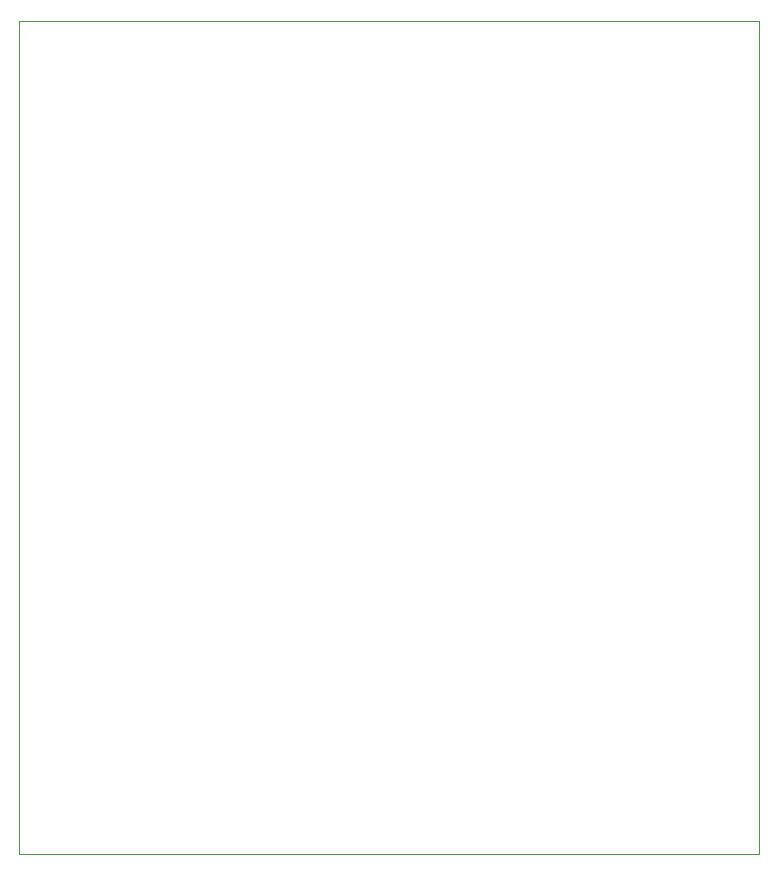
<source format=gbr>
%TF.GenerationSoftware,KiCad,Pcbnew,7.0.9*%
%TF.CreationDate,2024-02-06T13:40:39+00:00*%
%TF.ProjectId,dc-level-shifter,64632d6c-6576-4656-9c2d-736869667465,1.0*%
%TF.SameCoordinates,Original*%
%TF.FileFunction,Profile,NP*%
%FSLAX46Y46*%
G04 Gerber Fmt 4.6, Leading zero omitted, Abs format (unit mm)*
G04 Created by KiCad (PCBNEW 7.0.9) date 2024-02-06 13:40:39*
%MOMM*%
%LPD*%
G01*
G04 APERTURE LIST*
%TA.AperFunction,Profile*%
%ADD10C,0.100000*%
%TD*%
G04 APERTURE END LIST*
D10*
X103440000Y-46990000D02*
X166051000Y-46990000D01*
X166051000Y-117475000D01*
X103440000Y-117475000D01*
X103440000Y-46990000D01*
M02*

</source>
